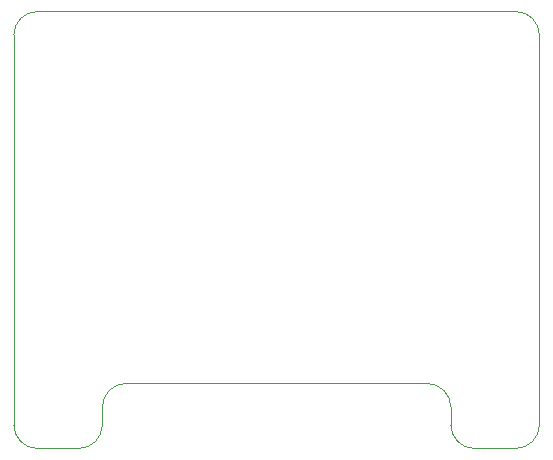
<source format=gbr>
%TF.GenerationSoftware,KiCad,Pcbnew,7.0.6*%
%TF.CreationDate,2023-07-27T19:46:57+01:00*%
%TF.ProjectId,Crenshaw,4372656e-7368-4617-972e-6b696361645f,V2.0*%
%TF.SameCoordinates,Original*%
%TF.FileFunction,Profile,NP*%
%FSLAX46Y46*%
G04 Gerber Fmt 4.6, Leading zero omitted, Abs format (unit mm)*
G04 Created by KiCad (PCBNEW 7.0.6) date 2023-07-27 19:46:57*
%MOMM*%
%LPD*%
G01*
G04 APERTURE LIST*
%TA.AperFunction,Profile*%
%ADD10C,0.100000*%
%TD*%
G04 APERTURE END LIST*
D10*
X71750000Y-58500000D02*
X75250000Y-58500000D01*
X67750000Y-53000000D02*
X42250000Y-53000000D01*
X32750000Y-56500000D02*
X32750000Y-23500000D01*
X69750000Y-56500000D02*
G75*
G03*
X71750000Y-58500000I2000000J0D01*
G01*
X34750000Y-21500000D02*
X75250000Y-21500000D01*
X77250000Y-23500000D02*
G75*
G03*
X75250000Y-21500000I-2000000J0D01*
G01*
X34750000Y-21500000D02*
G75*
G03*
X32750000Y-23500000I0J-2000000D01*
G01*
X75250000Y-58500000D02*
G75*
G03*
X77250000Y-56500000I0J2000000D01*
G01*
X34750000Y-58500000D02*
X38250000Y-58500000D01*
X42250000Y-53000000D02*
G75*
G03*
X40250000Y-55000000I0J-2000000D01*
G01*
X32750000Y-56500000D02*
G75*
G03*
X34750000Y-58500000I2000000J0D01*
G01*
X77250000Y-23500000D02*
X77250000Y-56500000D01*
X69750000Y-55000000D02*
G75*
G03*
X67750000Y-53000000I-2000000J0D01*
G01*
X69750000Y-56500000D02*
X69750000Y-55000000D01*
X40250000Y-56500000D02*
X40250000Y-55000000D01*
X38250000Y-58500000D02*
G75*
G03*
X40250000Y-56500000I0J2000000D01*
G01*
M02*

</source>
